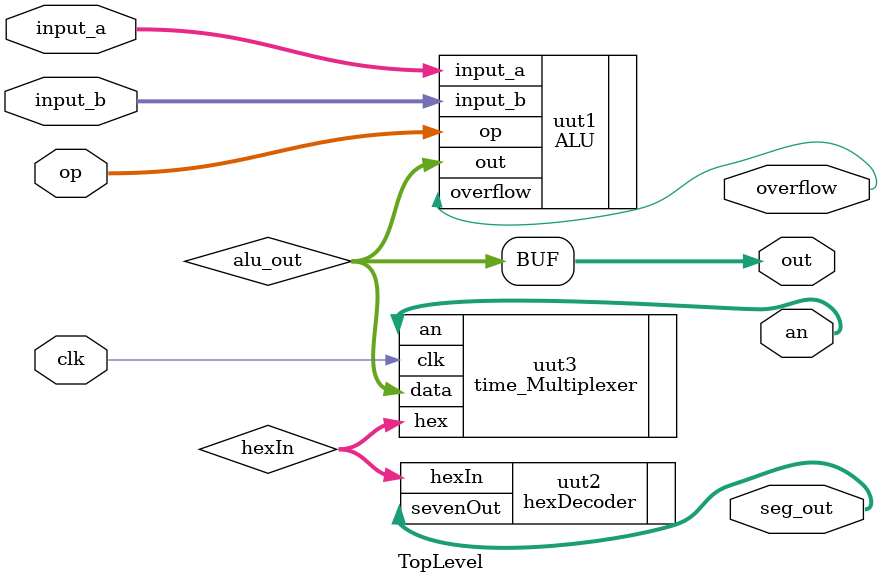
<source format=v>
module TopLevel(
 output wire [15:0] out, // alu-output
 output wire overflow,
 output wire [6:0] seg_out, // Multiplexed seven-segment output
 output wire [3:0] an,
 input [2:0] input_a, input_b,
 input clk,
 input [1:0] op
);
wire [15:0] alu_out;
ALU uut1 (.input_a(input_a),.input_b(input_b),.op(op),.out(alu_out), 
.overflow(overflow));
assign out = alu_out;
wire [3:0] hexIn;
time_Multiplexer uut3(.clk(clk), .data(alu_out), .an(an), 
.hex(hexIn));
hexDecoder uut2 (.hexIn(hexIn), .sevenOut(seg_out));
endmodule
</source>
